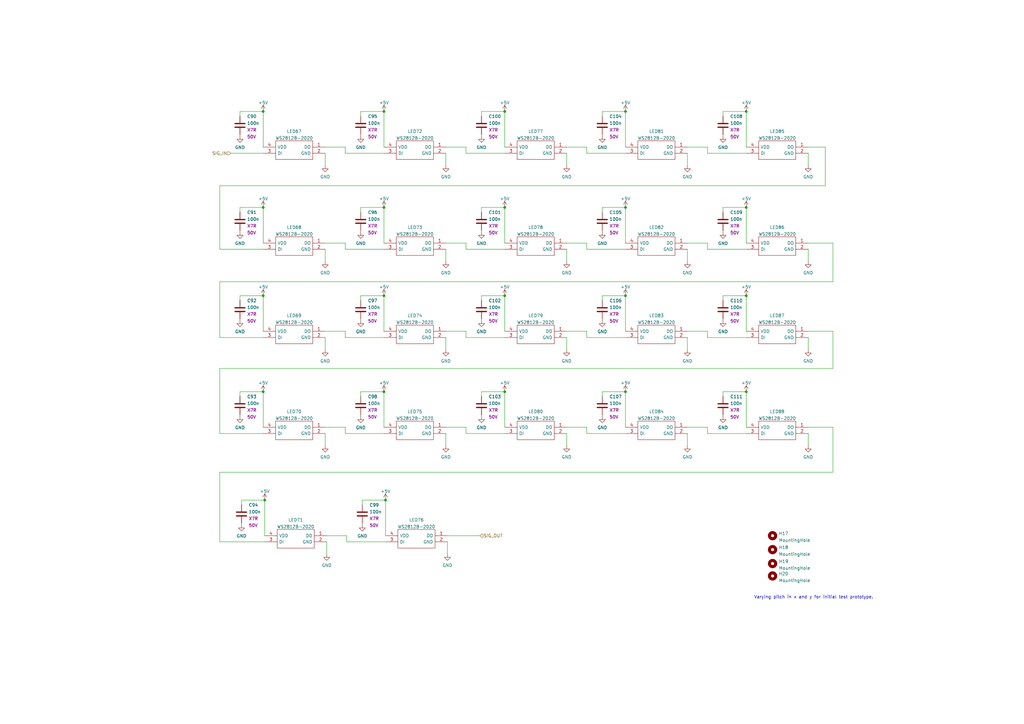
<source format=kicad_sch>
(kicad_sch (version 20211123) (generator eeschema)
  (paper "A3")
  (title_block (title "Masa") (date "2022-12-23") (rev "A"))
  (lib_symbols
    (symbol "Capacitor_JLC:100n" (pin_numbers hide) (pin_names (offset 0.254))
      (property "Reference" "C" (at 3.175 3.175 0))
      (property "Value" "100n" (at 3.175 1.27 0))
      (property "Type" "X7R" (at 5.08 -3.175 0))
      (property "Voltage" "50V" (at 5.08 -1.27 0))
      (symbol "100n_0_1"
        (polyline (pts (xy -2.032 -0.762) (xy 2.032 -0.762)) (stroke (width 0.508)))
        (polyline (pts (xy -2.032 0.762) (xy 2.032 0.762)) (stroke (width 0.508)))
      )
      (symbol "100n_1_1"
        (pin passive line (at 0 3.81 270) (length 2.794) (name "~") (number "1"))
        (pin passive line (at 0 -3.81 90) (length 2.794) (name "~") (number "2"))
      )
    )
    (symbol "Diode_JLC:WS2812B-2020" (pin_names (offset 0.762))
      (property "Reference" "LED" (at 32.385 7.62 0))
      (property "Value" "WS2812B-2020" (at 32.385 5.08 0))
      (symbol "WS2812B-2020_0_0"
        (pin passive line (at 25.4 0 180) (length 5.08) (name "DO") (number "1"))
        (pin passive line (at 25.4 -2.54 180) (length 5.08) (name "GND") (number "2"))
        (pin passive line (at 0 -2.54 0) (length 5.08) (name "DI") (number "3"))
        (pin passive line (at 0 0 0) (length 5.08) (name "VDD") (number "4"))
      )
      (symbol "WS2812B-2020_0_1"
        (polyline (pts (xy 5.08 2.54) (xy 20.32 2.54) (xy 20.32 -5.08) (xy 5.08 -5.08) (xy 5.08 2.54)) (stroke (width 0.1524)))
      )
    )
    (symbol "Mechanical:MountingHole" (pin_names (offset 1.016))
      (property "Reference" "H" (at 0 5.08 0))
      (property "Value" "MountingHole" (at 0 3.175 0))
      (symbol "MountingHole_0_1"
        (circle (center 0 0) (radius 1.27) (stroke (width 1.27)))
      )
    )
    (symbol "power:+5V" (power) (pin_names (offset 0))
      (property "Value" "+5V" (at 0 3.556 0))
      (symbol "+5V_0_1"
        (polyline (pts (xy -0.762 1.27) (xy 0 2.54)))
        (polyline (pts (xy 0 0) (xy 0 2.54)))
        (polyline (pts (xy 0 2.54) (xy 0.762 1.27)))
      )
      (symbol "+5V_1_1"
        (pin power_in line (at 0 0 90) (length 0) hide (name "+5V") (number "1"))
      )
    )
    (symbol "power:GND" (power) (pin_names (offset 0))
      (property "Value" "GND" (at 0 -3.81 0))
      (symbol "GND_0_1"
        (polyline (pts (xy 0 0) (xy 0 -1.27) (xy 1.27 -1.27) (xy 0 -2.54) (xy -1.27 -1.27) (xy 0 -1.27)))
      )
      (symbol "GND_1_1"
        (pin power_in line (at 0 0 270) (length 0) hide (name "GND") (number "1"))
      )
    )
  )
  (junction (at 306.07 121.285))
  (junction (at 158.115 205.105))
  (junction (at 157.48 85.09))
  (junction (at 306.07 160.655))
  (junction (at 207.01 160.655))
  (junction (at 107.95 121.285))
  (junction (at 107.95 85.09))
  (junction (at 256.54 121.285))
  (junction (at 207.01 85.09))
  (junction (at 256.54 85.09))
  (junction (at 157.48 45.72))
  (junction (at 306.07 85.09))
  (junction (at 256.54 45.72))
  (junction (at 207.01 45.72))
  (junction (at 107.95 45.72))
  (junction (at 256.54 160.655))
  (junction (at 107.95 160.655))
  (junction (at 157.48 121.285))
  (junction (at 157.48 160.655))
  (junction (at 306.07 45.72))
  (junction (at 108.585 205.105))
  (junction (at 207.01 121.285))
  (wire (pts (xy 107.95 85.09) (xy 107.95 99.695)))
  (wire (pts (xy 296.545 160.655) (xy 296.545 162.56)))
  (wire (pts (xy 247.015 55.245) (xy 247.015 55.88)))
  (wire (pts (xy 306.07 85.09) (xy 296.545 85.09)))
  (wire (pts (xy 147.955 55.245) (xy 147.955 55.88)))
  (wire (pts (xy 142.24 219.71) (xy 142.24 222.25)))
  (wire (pts (xy 207.01 121.285) (xy 207.01 135.89)))
  (wire (pts (xy 331.47 60.325) (xy 338.455 60.325)))
  (wire (pts (xy 338.455 60.325) (xy 338.455 76.2)))
  (wire (pts (xy 296.545 45.72) (xy 296.545 47.625)))
  (wire (pts (xy 331.47 177.8) (xy 331.47 182.88)))
  (wire (pts (xy 90.17 115.57) (xy 90.17 138.43)))
  (wire (pts (xy 232.41 177.8) (xy 232.41 182.88)))
  (wire (pts (xy 207.01 160.655) (xy 207.01 175.26)))
  (wire (pts (xy 107.95 160.655) (xy 98.425 160.655)))
  (wire (pts (xy 182.88 102.235) (xy 182.88 107.315)))
  (wire (pts (xy 290.195 135.89) (xy 290.195 138.43)))
  (wire (pts (xy 281.94 138.43) (xy 281.94 143.51)))
  (wire (pts (xy 207.01 85.09) (xy 207.01 99.695)))
  (wire (pts (xy 197.485 170.18) (xy 197.485 170.815)))
  (wire (pts (xy 281.94 177.8) (xy 281.94 182.88)))
  (wire (pts (xy 240.665 102.235) (xy 256.54 102.235)))
  (wire (pts (xy 191.135 138.43) (xy 207.01 138.43)))
  (wire (pts (xy 107.95 121.285) (xy 107.95 135.89)))
  (wire (pts (xy 240.665 62.865) (xy 256.54 62.865)))
  (wire (pts (xy 281.94 102.235) (xy 281.94 107.315)))
  (wire (pts (xy 256.54 160.655) (xy 256.54 175.26)))
  (wire (pts (xy 98.425 170.18) (xy 98.425 170.815)))
  (wire (pts (xy 256.54 121.285) (xy 256.54 135.89)))
  (wire (pts (xy 197.485 94.615) (xy 197.485 95.25)))
  (wire (pts (xy 281.94 175.26) (xy 290.195 175.26)))
  (wire (pts (xy 141.605 60.325) (xy 141.605 62.865)))
  (wire (pts (xy 99.06 205.105) (xy 99.06 207.01)))
  (wire (pts (xy 98.425 121.285) (xy 98.425 123.19)))
  (wire (pts (xy 232.41 175.26) (xy 240.665 175.26)))
  (wire (pts (xy 148.59 214.63) (xy 148.59 215.265)))
  (wire (pts (xy 197.485 121.285) (xy 197.485 123.19)))
  (wire (pts (xy 232.41 99.695) (xy 240.665 99.695)))
  (wire (pts (xy 191.135 135.89) (xy 191.135 138.43)))
  (wire (pts (xy 290.195 60.325) (xy 290.195 62.865)))
  (wire (pts (xy 90.17 76.2) (xy 90.17 102.235)))
  (wire (pts (xy 157.48 45.72) (xy 147.955 45.72)))
  (wire (pts (xy 341.63 99.695) (xy 341.63 115.57)))
  (wire (pts (xy 197.485 130.81) (xy 197.485 131.445)))
  (wire (pts (xy 147.955 130.81) (xy 147.955 131.445)))
  (wire (pts (xy 191.135 175.26) (xy 191.135 177.8)))
  (wire (pts (xy 182.88 138.43) (xy 182.88 143.51)))
  (wire (pts (xy 256.54 121.285) (xy 247.015 121.285)))
  (wire (pts (xy 240.665 60.325) (xy 240.665 62.865)))
  (wire (pts (xy 141.605 102.235) (xy 157.48 102.235)))
  (wire (pts (xy 197.485 55.245) (xy 197.485 55.88)))
  (wire (pts (xy 133.35 138.43) (xy 133.35 143.51)))
  (wire (pts (xy 306.07 121.285) (xy 306.07 135.89)))
  (wire (pts (xy 341.63 151.13) (xy 90.17 151.13)))
  (wire (pts (xy 197.485 45.72) (xy 197.485 47.625)))
  (wire (pts (xy 296.545 170.18) (xy 296.545 170.815)))
  (wire (pts (xy 99.06 214.63) (xy 99.06 215.265)))
  (wire (pts (xy 147.955 170.18) (xy 147.955 170.815)))
  (wire (pts (xy 296.545 94.615) (xy 296.545 95.25)))
  (wire (pts (xy 281.94 99.695) (xy 290.195 99.695)))
  (wire (pts (xy 256.54 85.09) (xy 247.015 85.09)))
  (wire (pts (xy 197.485 85.09) (xy 197.485 86.995)))
  (wire (pts (xy 157.48 121.285) (xy 147.955 121.285)))
  (wire (pts (xy 158.115 205.105) (xy 158.115 219.71)))
  (wire (pts (xy 207.01 160.655) (xy 197.485 160.655)))
  (wire (pts (xy 306.07 45.72) (xy 296.545 45.72)))
  (wire (pts (xy 306.07 121.285) (xy 296.545 121.285)))
  (wire (pts (xy 90.17 177.8) (xy 107.95 177.8)))
  (wire (pts (xy 157.48 160.655) (xy 157.48 175.26)))
  (wire (pts (xy 133.35 177.8) (xy 133.35 182.88)))
  (wire (pts (xy 341.63 175.26) (xy 341.63 193.675)))
  (wire (pts (xy 240.665 177.8) (xy 256.54 177.8)))
  (wire (pts (xy 281.94 62.865) (xy 281.94 67.945)))
  (wire (pts (xy 133.985 222.25) (xy 133.985 227.33)))
  (wire (pts (xy 133.35 135.89) (xy 141.605 135.89)))
  (wire (pts (xy 232.41 60.325) (xy 240.665 60.325)))
  (wire (pts (xy 341.63 193.675) (xy 90.17 193.675)))
  (wire (pts (xy 296.545 130.81) (xy 296.545 131.445)))
  (wire (pts (xy 247.015 45.72) (xy 247.015 47.625)))
  (wire (pts (xy 296.545 85.09) (xy 296.545 86.995)))
  (wire (pts (xy 157.48 85.09) (xy 157.48 99.695)))
  (wire (pts (xy 196.85 219.71) (xy 183.515 219.71)))
  (wire (pts (xy 197.485 160.655) (xy 197.485 162.56)))
  (wire (pts (xy 240.665 138.43) (xy 256.54 138.43)))
  (wire (pts (xy 207.01 121.285) (xy 197.485 121.285)))
  (wire (pts (xy 148.59 205.105) (xy 148.59 207.01)))
  (wire (pts (xy 207.01 45.72) (xy 207.01 60.325)))
  (wire (pts (xy 107.95 45.72) (xy 98.425 45.72)))
  (wire (pts (xy 182.88 62.865) (xy 182.88 67.945)))
  (wire (pts (xy 232.41 62.865) (xy 232.41 67.945)))
  (wire (pts (xy 207.01 45.72) (xy 197.485 45.72)))
  (wire (pts (xy 141.605 99.695) (xy 141.605 102.235)))
  (wire (pts (xy 107.95 121.285) (xy 98.425 121.285)))
  (wire (pts (xy 331.47 99.695) (xy 341.63 99.695)))
  (wire (pts (xy 157.48 45.72) (xy 157.48 60.325)))
  (wire (pts (xy 290.195 175.26) (xy 290.195 177.8)))
  (wire (pts (xy 338.455 76.2) (xy 90.17 76.2)))
  (wire (pts (xy 107.95 45.72) (xy 107.95 60.325)))
  (wire (pts (xy 147.955 85.09) (xy 147.955 86.995)))
  (wire (pts (xy 247.015 85.09) (xy 247.015 86.995)))
  (wire (pts (xy 256.54 85.09) (xy 256.54 99.695)))
  (wire (pts (xy 247.015 170.18) (xy 247.015 170.815)))
  (wire (pts (xy 191.135 102.235) (xy 207.01 102.235)))
  (wire (pts (xy 306.07 85.09) (xy 306.07 99.695)))
  (wire (pts (xy 306.07 160.655) (xy 296.545 160.655)))
  (wire (pts (xy 247.015 130.81) (xy 247.015 131.445)))
  (wire (pts (xy 331.47 175.26) (xy 341.63 175.26)))
  (wire (pts (xy 191.135 62.865) (xy 207.01 62.865)))
  (wire (pts (xy 331.47 135.89) (xy 341.63 135.89)))
  (wire (pts (xy 296.545 121.285) (xy 296.545 123.19)))
  (wire (pts (xy 133.35 99.695) (xy 141.605 99.695)))
  (wire (pts (xy 98.425 45.72) (xy 98.425 47.625)))
  (wire (pts (xy 256.54 45.72) (xy 256.54 60.325)))
  (wire (pts (xy 90.17 222.25) (xy 108.585 222.25)))
  (wire (pts (xy 240.665 175.26) (xy 240.665 177.8)))
  (wire (pts (xy 331.47 138.43) (xy 331.47 143.51)))
  (wire (pts (xy 232.41 102.235) (xy 232.41 107.315)))
  (wire (pts (xy 141.605 138.43) (xy 157.48 138.43)))
  (wire (pts (xy 133.35 175.26) (xy 141.605 175.26)))
  (wire (pts (xy 341.63 115.57) (xy 90.17 115.57)))
  (wire (pts (xy 133.35 62.865) (xy 133.35 67.945)))
  (wire (pts (xy 147.955 45.72) (xy 147.955 47.625)))
  (wire (pts (xy 232.41 135.89) (xy 240.665 135.89)))
  (wire (pts (xy 306.07 45.72) (xy 306.07 60.325)))
  (wire (pts (xy 306.07 160.655) (xy 306.07 175.26)))
  (wire (pts (xy 141.605 62.865) (xy 157.48 62.865)))
  (wire (pts (xy 98.425 94.615) (xy 98.425 95.25)))
  (wire (pts (xy 247.015 121.285) (xy 247.015 123.19)))
  (wire (pts (xy 247.015 160.655) (xy 247.015 162.56)))
  (wire (pts (xy 107.95 160.655) (xy 107.95 175.26)))
  (wire (pts (xy 147.955 121.285) (xy 147.955 123.19)))
  (wire (pts (xy 107.95 85.09) (xy 98.425 85.09)))
  (wire (pts (xy 90.17 193.675) (xy 90.17 222.25)))
  (wire (pts (xy 158.115 205.105) (xy 148.59 205.105)))
  (wire (pts (xy 281.94 60.325) (xy 290.195 60.325)))
  (wire (pts (xy 182.88 175.26) (xy 191.135 175.26)))
  (wire (pts (xy 182.88 99.695) (xy 191.135 99.695)))
  (wire (pts (xy 133.35 102.235) (xy 133.35 107.315)))
  (wire (pts (xy 232.41 138.43) (xy 232.41 143.51)))
  (wire (pts (xy 191.135 60.325) (xy 191.135 62.865)))
  (wire (pts (xy 157.48 85.09) (xy 147.955 85.09)))
  (wire (pts (xy 133.35 60.325) (xy 141.605 60.325)))
  (wire (pts (xy 331.47 62.865) (xy 331.47 67.945)))
  (wire (pts (xy 147.955 160.655) (xy 147.955 162.56)))
  (wire (pts (xy 141.605 175.26) (xy 141.605 177.8)))
  (wire (pts (xy 90.17 151.13) (xy 90.17 177.8)))
  (wire (pts (xy 281.94 135.89) (xy 290.195 135.89)))
  (wire (pts (xy 108.585 205.105) (xy 108.585 219.71)))
  (wire (pts (xy 94.615 62.865) (xy 107.95 62.865)))
  (wire (pts (xy 331.47 102.235) (xy 331.47 107.315)))
  (wire (pts (xy 90.17 138.43) (xy 107.95 138.43)))
  (wire (pts (xy 182.88 135.89) (xy 191.135 135.89)))
  (wire (pts (xy 98.425 130.81) (xy 98.425 131.445)))
  (wire (pts (xy 98.425 85.09) (xy 98.425 86.995)))
  (wire (pts (xy 341.63 135.89) (xy 341.63 151.13)))
  (wire (pts (xy 296.545 55.245) (xy 296.545 55.88)))
  (wire (pts (xy 98.425 55.245) (xy 98.425 55.88)))
  (wire (pts (xy 290.195 62.865) (xy 306.07 62.865)))
  (wire (pts (xy 157.48 121.285) (xy 157.48 135.89)))
  (wire (pts (xy 290.195 177.8) (xy 306.07 177.8)))
  (wire (pts (xy 182.88 60.325) (xy 191.135 60.325)))
  (wire (pts (xy 183.515 222.25) (xy 183.515 227.33)))
  (wire (pts (xy 290.195 138.43) (xy 306.07 138.43)))
  (wire (pts (xy 182.88 177.8) (xy 182.88 182.88)))
  (wire (pts (xy 191.135 99.695) (xy 191.135 102.235)))
  (wire (pts (xy 98.425 160.655) (xy 98.425 162.56)))
  (wire (pts (xy 147.955 94.615) (xy 147.955 95.25)))
  (wire (pts (xy 157.48 160.655) (xy 147.955 160.655)))
  (wire (pts (xy 290.195 102.235) (xy 306.07 102.235)))
  (wire (pts (xy 256.54 45.72) (xy 247.015 45.72)))
  (wire (pts (xy 191.135 177.8) (xy 207.01 177.8)))
  (wire (pts (xy 240.665 99.695) (xy 240.665 102.235)))
  (wire (pts (xy 207.01 85.09) (xy 197.485 85.09)))
  (wire (pts (xy 256.54 160.655) (xy 247.015 160.655)))
  (wire (pts (xy 240.665 135.89) (xy 240.665 138.43)))
  (wire (pts (xy 141.605 177.8) (xy 157.48 177.8)))
  (wire (pts (xy 247.015 94.615) (xy 247.015 95.25)))
  (wire (pts (xy 108.585 205.105) (xy 99.06 205.105)))
  (wire (pts (xy 141.605 135.89) (xy 141.605 138.43)))
  (wire (pts (xy 90.17 102.235) (xy 107.95 102.235)))
  (wire (pts (xy 133.985 219.71) (xy 142.24 219.71)))
  (wire (pts (xy 142.24 222.25) (xy 158.115 222.25)))
  (wire (pts (xy 290.195 99.695) (xy 290.195 102.235)))
  (text "Varying pitch in x and y for initial test prototype." (at 309.245 245.745 0) (effects (font (size 1.27 1.27)) (justify left bottom)))
  (hierarchical_label "SIG_IN" (shape input) (at 94.615 62.865 180))
  (hierarchical_label "SIG_OUT" (shape input) (at 196.85 219.71 0))
  (symbol (lib_id "power:GND") (at 182.88 143.51 0)
    (property "Reference" "#PWR0375" (effects hide))
    (property "Value" "GND" (at 182.88 148.0725 0))
  )
  (symbol (lib_id "Capacitor_JLC:100n") (at 147.955 127 0)
    (property "Reference" "C97" (at 150.876 123.3164 0) (effects (justify left)))
    (property "Value" "100n" (at 150.876 126.0915 0) (effects (justify left)))
    (property "Footprint" "Capacitor_SMD:C_0402_1005Metric" (effects hide))
    (property "Type" "X7R" (at 150.876 128.8666 0) (effects (justify left)))
    (property "LCSC" "C307331" (effects hide))
    (property "Voltage" "50V" (at 150.876 131.6417 0) (effects (justify left)))
  )
  (symbol (lib_id "Capacitor_JLC:100n") (at 98.425 90.805 0)
    (property "Reference" "C91" (at 101.346 87.1214 0) (effects (justify left)))
    (property "Value" "100n" (at 101.346 89.8965 0) (effects (justify left)))
    (property "Footprint" "Capacitor_SMD:C_0402_1005Metric" (effects hide))
    (property "Type" "X7R" (at 101.346 92.6716 0) (effects (justify left)))
    (property "LCSC" "C307331" (effects hide))
    (property "Voltage" "50V" (at 101.346 95.4467 0) (effects (justify left)))
  )
  (symbol (lib_id "Capacitor_JLC:100n") (at 147.955 90.805 0)
    (property "Reference" "C96" (at 150.876 87.1214 0) (effects (justify left)))
    (property "Value" "100n" (at 150.876 89.8965 0) (effects (justify left)))
    (property "Footprint" "Capacitor_SMD:C_0402_1005Metric" (effects hide))
    (property "Type" "X7R" (at 150.876 92.6716 0) (effects (justify left)))
    (property "LCSC" "C307331" (effects hide))
    (property "Voltage" "50V" (at 150.876 95.4467 0) (effects (justify left)))
  )
  (symbol (lib_id "power:+5V") (at 207.01 160.655 0)
    (property "Reference" "#PWR0357" (effects hide))
    (property "Value" "+5V" (at 207.01 157.0505 0))
  )
  (symbol (lib_id "Mechanical:MountingHole") (at 316.865 231.14 0)
    (property "Reference" "H19" (at 319.405 230.2315 0) (effects (justify left)))
    (property "Value" "MountingHole" (at 319.405 233.0066 0) (effects (justify left)))
    (property "Footprint" "MountingHole:MountingHole_2.7mm_M2.5" (effects hide))
  )
  (symbol (lib_id "power:GND") (at 147.955 95.25 0)
    (property "Reference" "#PWR0380" (effects hide))
    (property "Value" "GND" (at 147.955 99.8125 0))
  )
  (symbol (lib_id "power:+5V") (at 306.07 160.655 0)
    (property "Reference" "#PWR0350" (effects hide))
    (property "Value" "+5V" (at 306.07 157.0505 0))
  )
  (symbol (lib_id "Capacitor_JLC:100n") (at 98.425 166.37 0)
    (property "Reference" "C93" (at 101.346 162.6864 0) (effects (justify left)))
    (property "Value" "100n" (at 101.346 165.4615 0) (effects (justify left)))
    (property "Footprint" "Capacitor_SMD:C_0402_1005Metric" (effects hide))
    (property "Type" "X7R" (at 101.346 168.2366 0) (effects (justify left)))
    (property "LCSC" "C307331" (effects hide))
    (property "Voltage" "50V" (at 101.346 171.0117 0) (effects (justify left)))
  )
  (symbol (lib_id "power:GND") (at 133.35 143.51 0)
    (property "Reference" "#PWR0388" (effects hide))
    (property "Value" "GND" (at 133.35 148.0725 0))
  )
  (symbol (lib_id "power:GND") (at 331.47 182.88 0)
    (property "Reference" "#PWR0355" (effects hide))
    (property "Value" "GND" (at 331.47 187.4425 0))
  )
  (symbol (lib_id "power:+5V") (at 306.07 85.09 0)
    (property "Reference" "#PWR0341" (effects hide))
    (property "Value" "+5V" (at 306.07 81.4855 0))
  )
  (symbol (lib_id "Capacitor_JLC:100n") (at 296.545 166.37 0)
    (property "Reference" "C111" (at 299.466 162.6864 0) (effects (justify left)))
    (property "Value" "100n" (at 299.466 165.4615 0) (effects (justify left)))
    (property "Footprint" "Capacitor_SMD:C_0402_1005Metric" (effects hide))
    (property "Type" "X7R" (at 299.466 168.2366 0) (effects (justify left)))
    (property "LCSC" "C307331" (effects hide))
    (property "Voltage" "50V" (at 299.466 171.0117 0) (effects (justify left)))
  )
  (symbol (lib_id "power:GND") (at 331.47 67.945 0)
    (property "Reference" "#PWR0340" (effects hide))
    (property "Value" "GND" (at 331.47 72.5075 0))
  )
  (symbol (lib_id "power:GND") (at 98.425 131.445 0)
    (property "Reference" "#PWR0381" (effects hide))
    (property "Value" "GND" (at 98.425 136.0075 0))
  )
  (symbol (lib_id "power:+5V") (at 256.54 45.72 0)
    (property "Reference" "#PWR0334" (effects hide))
    (property "Value" "+5V" (at 256.54 42.1155 0))
  )
  (symbol (lib_id "power:GND") (at 296.545 55.88 0)
    (property "Reference" "#PWR0333" (effects hide))
    (property "Value" "GND" (at 296.545 60.4425 0))
  )
  (symbol (lib_id "power:GND") (at 133.35 67.945 0)
    (property "Reference" "#PWR0392" (effects hide))
    (property "Value" "GND" (at 133.35 72.5075 0))
  )
  (symbol (lib_id "Diode_JLC:WS2812B-2020") (at 157.48 135.89 0)
    (property "Reference" "LED74" (at 170.18 129.4343 0))
    (property "Value" "WS2812B-2020" (at 170.18 132.2094 0))
    (property "Footprint" "WS2812B2020" (effects hide))
    (property "Datasheet" "https://www.alldatasheet.com/datasheet-pdf/pdf/1134522/WORLDSEMI/WS2812B-2020.html" (effects hide))
    (property "Description" "LED; SMD; 2020; RGB; 2x2x0.84mm; 3.75.3V; Lens: transparent; 2kHz" (effects hide))
    (property "Height" "0.84" (effects hide))
    (property "Manufacturer_Name" "Worldsemi" (effects hide))
    (property "Manufacturer_Part_Number" "WS2812B-2020" (effects hide))
    (property "LCSC" "C965555" (effects hide))
  )
  (symbol (lib_id "power:+5V") (at 157.48 121.285 0)
    (property "Reference" "#PWR0370" (effects hide))
    (property "Value" "+5V" (at 157.48 117.6805 0))
  )
  (symbol (lib_id "power:GND") (at 281.94 143.51 0)
    (property "Reference" "#PWR0354" (effects hide))
    (property "Value" "GND" (at 281.94 148.0725 0))
  )
  (symbol (lib_id "Capacitor_JLC:100n") (at 296.545 90.805 0)
    (property "Reference" "C109" (at 299.466 87.1214 0) (effects (justify left)))
    (property "Value" "100n" (at 299.466 89.8965 0) (effects (justify left)))
    (property "Footprint" "Capacitor_SMD:C_0402_1005Metric" (effects hide))
    (property "Type" "X7R" (at 299.466 92.6716 0) (effects (justify left)))
    (property "LCSC" "C307331" (effects hide))
    (property "Voltage" "50V" (at 299.466 95.4467 0) (effects (justify left)))
  )
  (symbol (lib_id "power:GND") (at 197.485 55.88 0)
    (property "Reference" "#PWR0368" (effects hide))
    (property "Value" "GND" (at 197.485 60.4425 0))
  )
  (symbol (lib_id "power:GND") (at 182.88 107.315 0)
    (property "Reference" "#PWR0367" (effects hide))
    (property "Value" "GND" (at 182.88 111.8775 0))
  )
  (symbol (lib_id "power:GND") (at 232.41 67.945 0)
    (property "Reference" "#PWR0336" (effects hide))
    (property "Value" "GND" (at 232.41 72.5075 0))
  )
  (symbol (lib_id "power:+5V") (at 207.01 45.72 0)
    (property "Reference" "#PWR0338" (effects hide))
    (property "Value" "+5V" (at 207.01 42.1155 0))
  )
  (symbol (lib_id "Diode_JLC:WS2812B-2020") (at 306.07 175.26 0)
    (property "Reference" "LED88" (at 318.77 168.8043 0))
    (property "Value" "WS2812B-2020" (at 318.77 171.5794 0))
    (property "Footprint" "WS2812B2020" (effects hide))
    (property "Datasheet" "https://www.alldatasheet.com/datasheet-pdf/pdf/1134522/WORLDSEMI/WS2812B-2020.html" (effects hide))
    (property "Description" "LED; SMD; 2020; RGB; 2x2x0.84mm; 3.75.3V; Lens: transparent; 2kHz" (effects hide))
    (property "Height" "0.84" (effects hide))
    (property "Manufacturer_Name" "Worldsemi" (effects hide))
    (property "Manufacturer_Part_Number" "WS2812B-2020" (effects hide))
    (property "LCSC" "C965555" (effects hide))
  )
  (symbol (lib_id "Diode_JLC:WS2812B-2020") (at 207.01 175.26 0)
    (property "Reference" "LED80" (at 219.71 168.8043 0))
    (property "Value" "WS2812B-2020" (at 219.71 171.5794 0))
    (property "Footprint" "WS2812B2020" (effects hide))
    (property "Datasheet" "https://www.alldatasheet.com/datasheet-pdf/pdf/1134522/WORLDSEMI/WS2812B-2020.html" (effects hide))
    (property "Description" "LED; SMD; 2020; RGB; 2x2x0.84mm; 3.75.3V; Lens: transparent; 2kHz" (effects hide))
    (property "Height" "0.84" (effects hide))
    (property "Manufacturer_Name" "Worldsemi" (effects hide))
    (property "Manufacturer_Part_Number" "WS2812B-2020" (effects hide))
    (property "LCSC" "C965555" (effects hide))
  )
  (symbol (lib_id "Capacitor_JLC:100n") (at 247.015 51.435 0)
    (property "Reference" "C104" (at 249.936 47.7514 0) (effects (justify left)))
    (property "Value" "100n" (at 249.936 50.5265 0) (effects (justify left)))
    (property "Footprint" "Capacitor_SMD:C_0402_1005Metric" (effects hide))
    (property "Type" "X7R" (at 249.936 53.3016 0) (effects (justify left)))
    (property "LCSC" "C307331" (effects hide))
    (property "Voltage" "50V" (at 249.936 56.0767 0) (effects (justify left)))
  )
  (symbol (lib_id "power:GND") (at 197.485 131.445 0)
    (property "Reference" "#PWR0371" (effects hide))
    (property "Value" "GND" (at 197.485 136.0075 0))
  )
  (symbol (lib_id "Capacitor_JLC:100n") (at 98.425 51.435 0)
    (property "Reference" "C90" (at 101.346 47.7514 0) (effects (justify left)))
    (property "Value" "100n" (at 101.346 50.5265 0) (effects (justify left)))
    (property "Footprint" "Capacitor_SMD:C_0402_1005Metric" (effects hide))
    (property "Type" "X7R" (at 101.346 53.3016 0) (effects (justify left)))
    (property "LCSC" "C307331" (effects hide))
    (property "Voltage" "50V" (at 101.346 56.0767 0) (effects (justify left)))
  )
  (symbol (lib_id "Diode_JLC:WS2812B-2020") (at 157.48 60.325 0)
    (property "Reference" "LED72" (at 170.18 53.8693 0))
    (property "Value" "WS2812B-2020" (at 170.18 56.6444 0))
    (property "Footprint" "WS2812B2020" (effects hide))
    (property "Datasheet" "https://www.alldatasheet.com/datasheet-pdf/pdf/1134522/WORLDSEMI/WS2812B-2020.html" (effects hide))
    (property "Description" "LED; SMD; 2020; RGB; 2x2x0.84mm; 3.75.3V; Lens: transparent; 2kHz" (effects hide))
    (property "Height" "0.84" (effects hide))
    (property "Manufacturer_Name" "Worldsemi" (effects hide))
    (property "Manufacturer_Part_Number" "WS2812B-2020" (effects hide))
    (property "LCSC" "C965555" (effects hide))
  )
  (symbol (lib_id "power:+5V") (at 207.01 85.09 0)
    (property "Reference" "#PWR0337" (effects hide))
    (property "Value" "+5V" (at 207.01 81.4855 0))
  )
  (symbol (lib_id "power:+5V") (at 107.95 45.72 0)
    (property "Reference" "#PWR0394" (effects hide))
    (property "Value" "+5V" (at 107.95 42.1155 0))
  )
  (symbol (lib_id "power:GND") (at 133.985 227.33 0)
    (property "Reference" "#PWR0363" (effects hide))
    (property "Value" "GND" (at 133.985 231.8925 0))
  )
  (symbol (lib_id "power:GND") (at 99.06 215.265 0)
    (property "Reference" "#PWR0385" (effects hide))
    (property "Value" "GND" (at 99.06 219.8275 0))
  )
  (symbol (lib_id "Mechanical:MountingHole") (at 316.865 225.425 0)
    (property "Reference" "H18" (at 319.405 224.5165 0) (effects (justify left)))
    (property "Value" "MountingHole" (at 319.405 227.2916 0) (effects (justify left)))
    (property "Footprint" "MountingHole:MountingHole_2.7mm_M2.5" (effects hide))
  )
  (symbol (lib_id "power:GND") (at 296.545 131.445 0)
    (property "Reference" "#PWR0365" (effects hide))
    (property "Value" "GND" (at 296.545 136.0075 0))
  )
  (symbol (lib_id "Mechanical:MountingHole") (at 316.865 236.22 0)
    (property "Reference" "H20" (at 319.405 235.3115 0) (effects (justify left)))
    (property "Value" "MountingHole" (at 319.405 238.0866 0) (effects (justify left)))
    (property "Footprint" "MountingHole:MountingHole_2.7mm_M2.5" (effects hide))
  )
  (symbol (lib_id "Capacitor_JLC:100n") (at 296.545 127 0)
    (property "Reference" "C110" (at 299.466 123.3164 0) (effects (justify left)))
    (property "Value" "100n" (at 299.466 126.0915 0) (effects (justify left)))
    (property "Footprint" "Capacitor_SMD:C_0402_1005Metric" (effects hide))
    (property "Type" "X7R" (at 299.466 128.8666 0) (effects (justify left)))
    (property "LCSC" "C307331" (effects hide))
    (property "Voltage" "50V" (at 299.466 131.6417 0) (effects (justify left)))
  )
  (symbol (lib_id "power:GND") (at 183.515 227.33 0)
    (property "Reference" "#PWR0362" (effects hide))
    (property "Value" "GND" (at 183.515 231.8925 0))
  )
  (symbol (lib_id "power:GND") (at 197.485 170.815 0)
    (property "Reference" "#PWR0373" (effects hide))
    (property "Value" "GND" (at 197.485 175.3775 0))
  )
  (symbol (lib_id "power:GND") (at 281.94 182.88 0)
    (property "Reference" "#PWR0353" (effects hide))
    (property "Value" "GND" (at 281.94 187.4425 0))
  )
  (symbol (lib_id "Capacitor_JLC:100n") (at 296.545 51.435 0)
    (property "Reference" "C108" (at 299.466 47.7514 0) (effects (justify left)))
    (property "Value" "100n" (at 299.466 50.5265 0) (effects (justify left)))
    (property "Footprint" "Capacitor_SMD:C_0402_1005Metric" (effects hide))
    (property "Type" "X7R" (at 299.466 53.3016 0) (effects (justify left)))
    (property "LCSC" "C307331" (effects hide))
    (property "Voltage" "50V" (at 299.466 56.0767 0) (effects (justify left)))
  )
  (symbol (lib_id "power:GND") (at 98.425 170.815 0)
    (property "Reference" "#PWR0386" (effects hide))
    (property "Value" "GND" (at 98.425 175.3775 0))
  )
  (symbol (lib_id "Diode_JLC:WS2812B-2020") (at 256.54 60.325 0)
    (property "Reference" "LED81" (at 269.24 53.8693 0))
    (property "Value" "WS2812B-2020" (at 269.24 56.6444 0))
    (property "Footprint" "WS2812B2020" (effects hide))
    (property "Datasheet" "https://www.alldatasheet.com/datasheet-pdf/pdf/1134522/WORLDSEMI/WS2812B-2020.html" (effects hide))
    (property "Description" "LED; SMD; 2020; RGB; 2x2x0.84mm; 3.75.3V; Lens: transparent; 2kHz" (effects hide))
    (property "Height" "0.84" (effects hide))
    (property "Manufacturer_Name" "Worldsemi" (effects hide))
    (property "Manufacturer_Part_Number" "WS2812B-2020" (effects hide))
    (property "LCSC" "C965555" (effects hide))
  )
  (symbol (lib_id "power:GND") (at 247.015 131.445 0)
    (property "Reference" "#PWR0344" (effects hide))
    (property "Value" "GND" (at 247.015 136.0075 0))
  )
  (symbol (lib_id "power:GND") (at 296.545 95.25 0)
    (property "Reference" "#PWR0359" (effects hide))
    (property "Value" "GND" (at 296.545 99.8125 0))
  )
  (symbol (lib_id "power:GND") (at 247.015 95.25 0)
    (property "Reference" "#PWR0345" (effects hide))
    (property "Value" "GND" (at 247.015 99.8125 0))
  )
  (symbol (lib_id "power:+5V") (at 256.54 85.09 0)
    (property "Reference" "#PWR0343" (effects hide))
    (property "Value" "+5V" (at 256.54 81.4855 0))
  )
  (symbol (lib_id "power:+5V") (at 157.48 85.09 0)
    (property "Reference" "#PWR0397" (effects hide))
    (property "Value" "+5V" (at 157.48 81.4855 0))
  )
  (symbol (lib_id "power:+5V") (at 107.95 121.285 0)
    (property "Reference" "#PWR0384" (effects hide))
    (property "Value" "+5V" (at 107.95 117.6805 0))
  )
  (symbol (lib_id "Capacitor_JLC:100n") (at 197.485 51.435 0)
    (property "Reference" "C100" (at 200.406 47.7514 0) (effects (justify left)))
    (property "Value" "100n" (at 200.406 50.5265 0) (effects (justify left)))
    (property "Footprint" "Capacitor_SMD:C_0402_1005Metric" (effects hide))
    (property "Type" "X7R" (at 200.406 53.3016 0) (effects (justify left)))
    (property "LCSC" "C307331" (effects hide))
    (property "Voltage" "50V" (at 200.406 56.0767 0) (effects (justify left)))
  )
  (symbol (lib_id "Capacitor_JLC:100n") (at 148.59 210.82 0)
    (property "Reference" "C99" (at 151.511 207.1364 0) (effects (justify left)))
    (property "Value" "100n" (at 151.511 209.9115 0) (effects (justify left)))
    (property "Footprint" "Capacitor_SMD:C_0402_1005Metric" (effects hide))
    (property "Type" "X7R" (at 151.511 212.6866 0) (effects (justify left)))
    (property "LCSC" "C307331" (effects hide))
    (property "Voltage" "50V" (at 151.511 215.4617 0) (effects (justify left)))
  )
  (symbol (lib_id "Diode_JLC:WS2812B-2020") (at 107.95 60.325 0)
    (property "Reference" "LED67" (at 120.65 53.8693 0))
    (property "Value" "WS2812B-2020" (at 120.65 56.6444 0))
    (property "Footprint" "WS2812B2020" (effects hide))
    (property "Datasheet" "https://www.alldatasheet.com/datasheet-pdf/pdf/1134522/WORLDSEMI/WS2812B-2020.html" (effects hide))
    (property "Description" "LED; SMD; 2020; RGB; 2x2x0.84mm; 3.75.3V; Lens: transparent; 2kHz" (effects hide))
    (property "Height" "0.84" (effects hide))
    (property "Manufacturer_Name" "Worldsemi" (effects hide))
    (property "Manufacturer_Part_Number" "WS2812B-2020" (effects hide))
    (property "LCSC" "C965555" (effects hide))
  )
  (symbol (lib_id "Diode_JLC:WS2812B-2020") (at 158.115 219.71 0)
    (property "Reference" "LED76" (at 170.815 213.2543 0))
    (property "Value" "WS2812B-2020" (at 170.815 216.0294 0))
    (property "Footprint" "WS2812B2020" (effects hide))
    (property "Datasheet" "https://www.alldatasheet.com/datasheet-pdf/pdf/1134522/WORLDSEMI/WS2812B-2020.html" (effects hide))
    (property "Description" "LED; SMD; 2020; RGB; 2x2x0.84mm; 3.75.3V; Lens: transparent; 2kHz" (effects hide))
    (property "Height" "0.84" (effects hide))
    (property "Manufacturer_Name" "Worldsemi" (effects hide))
    (property "Manufacturer_Part_Number" "WS2812B-2020" (effects hide))
    (property "LCSC" "C965555" (effects hide))
  )
  (symbol (lib_id "Diode_JLC:WS2812B-2020") (at 256.54 175.26 0)
    (property "Reference" "LED84" (at 269.24 168.8043 0))
    (property "Value" "WS2812B-2020" (at 269.24 171.5794 0))
    (property "Footprint" "WS2812B2020" (effects hide))
    (property "Datasheet" "https://www.alldatasheet.com/datasheet-pdf/pdf/1134522/WORLDSEMI/WS2812B-2020.html" (effects hide))
    (property "Description" "LED; SMD; 2020; RGB; 2x2x0.84mm; 3.75.3V; Lens: transparent; 2kHz" (effects hide))
    (property "Height" "0.84" (effects hide))
    (property "Manufacturer_Name" "Worldsemi" (effects hide))
    (property "Manufacturer_Part_Number" "WS2812B-2020" (effects hide))
    (property "LCSC" "C965555" (effects hide))
  )
  (symbol (lib_id "Diode_JLC:WS2812B-2020") (at 207.01 135.89 0)
    (property "Reference" "LED79" (at 219.71 129.4343 0))
    (property "Value" "WS2812B-2020" (at 219.71 132.2094 0))
    (property "Footprint" "WS2812B2020" (effects hide))
    (property "Datasheet" "https://www.alldatasheet.com/datasheet-pdf/pdf/1134522/WORLDSEMI/WS2812B-2020.html" (effects hide))
    (property "Description" "LED; SMD; 2020; RGB; 2x2x0.84mm; 3.75.3V; Lens: transparent; 2kHz" (effects hide))
    (property "Height" "0.84" (effects hide))
    (property "Manufacturer_Name" "Worldsemi" (effects hide))
    (property "Manufacturer_Part_Number" "WS2812B-2020" (effects hide))
    (property "LCSC" "C965555" (effects hide))
  )
  (symbol (lib_id "power:GND") (at 331.47 107.315 0)
    (property "Reference" "#PWR0349" (effects hide))
    (property "Value" "GND" (at 331.47 111.8775 0))
  )
  (symbol (lib_id "Capacitor_JLC:100n") (at 247.015 166.37 0)
    (property "Reference" "C107" (at 249.936 162.6864 0) (effects (justify left)))
    (property "Value" "100n" (at 249.936 165.4615 0) (effects (justify left)))
    (property "Footprint" "Capacitor_SMD:C_0402_1005Metric" (effects hide))
    (property "Type" "X7R" (at 249.936 168.2366 0) (effects (justify left)))
    (property "LCSC" "C307331" (effects hide))
    (property "Voltage" "50V" (at 249.936 171.0117 0) (effects (justify left)))
  )
  (symbol (lib_id "Capacitor_JLC:100n") (at 98.425 127 0)
    (property "Reference" "C92" (at 101.346 123.3164 0) (effects (justify left)))
    (property "Value" "100n" (at 101.346 126.0915 0) (effects (justify left)))
    (property "Footprint" "Capacitor_SMD:C_0402_1005Metric" (effects hide))
    (property "Type" "X7R" (at 101.346 128.8666 0) (effects (justify left)))
    (property "LCSC" "C307331" (effects hide))
    (property "Voltage" "50V" (at 101.346 131.6417 0) (effects (justify left)))
  )
  (symbol (lib_id "power:GND") (at 232.41 143.51 0)
    (property "Reference" "#PWR0347" (effects hide))
    (property "Value" "GND" (at 232.41 148.0725 0))
  )
  (symbol (lib_id "Capacitor_JLC:100n") (at 197.485 127 0)
    (property "Reference" "C102" (at 200.406 123.3164 0) (effects (justify left)))
    (property "Value" "100n" (at 200.406 126.0915 0) (effects (justify left)))
    (property "Footprint" "Capacitor_SMD:C_0402_1005Metric" (effects hide))
    (property "Type" "X7R" (at 200.406 128.8666 0) (effects (justify left)))
    (property "LCSC" "C307331" (effects hide))
    (property "Voltage" "50V" (at 200.406 131.6417 0) (effects (justify left)))
  )
  (symbol (lib_id "power:+5V") (at 207.01 121.285 0)
    (property "Reference" "#PWR0358" (effects hide))
    (property "Value" "+5V" (at 207.01 117.6805 0))
  )
  (symbol (lib_id "power:+5V") (at 306.07 45.72 0)
    (property "Reference" "#PWR0339" (effects hide))
    (property "Value" "+5V" (at 306.07 42.1155 0))
  )
  (symbol (lib_id "Capacitor_JLC:100n") (at 197.485 90.805 0)
    (property "Reference" "C101" (at 200.406 87.1214 0) (effects (justify left)))
    (property "Value" "100n" (at 200.406 89.8965 0) (effects (justify left)))
    (property "Footprint" "Capacitor_SMD:C_0402_1005Metric" (effects hide))
    (property "Type" "X7R" (at 200.406 92.6716 0) (effects (justify left)))
    (property "LCSC" "C307331" (effects hide))
    (property "Voltage" "50V" (at 200.406 95.4467 0) (effects (justify left)))
  )
  (symbol (lib_id "Diode_JLC:WS2812B-2020") (at 157.48 99.695 0)
    (property "Reference" "LED73" (at 170.18 93.2393 0))
    (property "Value" "WS2812B-2020" (at 170.18 96.0144 0))
    (property "Footprint" "WS2812B2020" (effects hide))
    (property "Datasheet" "https://www.alldatasheet.com/datasheet-pdf/pdf/1134522/WORLDSEMI/WS2812B-2020.html" (effects hide))
    (property "Description" "LED; SMD; 2020; RGB; 2x2x0.84mm; 3.75.3V; Lens: transparent; 2kHz" (effects hide))
    (property "Height" "0.84" (effects hide))
    (property "Manufacturer_Name" "Worldsemi" (effects hide))
    (property "Manufacturer_Part_Number" "WS2812B-2020" (effects hide))
    (property "LCSC" "C965555" (effects hide))
  )
  (symbol (lib_id "Capacitor_JLC:100n") (at 147.955 166.37 0)
    (property "Reference" "C98" (at 150.876 162.6864 0) (effects (justify left)))
    (property "Value" "100n" (at 150.876 165.4615 0) (effects (justify left)))
    (property "Footprint" "Capacitor_SMD:C_0402_1005Metric" (effects hide))
    (property "Type" "X7R" (at 150.876 168.2366 0) (effects (justify left)))
    (property "LCSC" "C307331" (effects hide))
    (property "Voltage" "50V" (at 150.876 171.0117 0) (effects (justify left)))
  )
  (symbol (lib_id "Capacitor_JLC:100n") (at 197.485 166.37 0)
    (property "Reference" "C103" (at 200.406 162.6864 0) (effects (justify left)))
    (property "Value" "100n" (at 200.406 165.4615 0) (effects (justify left)))
    (property "Footprint" "Capacitor_SMD:C_0402_1005Metric" (effects hide))
    (property "Type" "X7R" (at 200.406 168.2366 0) (effects (justify left)))
    (property "LCSC" "C307331" (effects hide))
    (property "Voltage" "50V" (at 200.406 171.0117 0) (effects (justify left)))
  )
  (symbol (lib_id "power:+5V") (at 108.585 205.105 0)
    (property "Reference" "#PWR0390" (effects hide))
    (property "Value" "+5V" (at 108.585 201.5005 0))
  )
  (symbol (lib_id "Diode_JLC:WS2812B-2020") (at 157.48 175.26 0)
    (property "Reference" "LED75" (at 170.18 168.8043 0))
    (property "Value" "WS2812B-2020" (at 170.18 171.5794 0))
    (property "Footprint" "WS2812B2020" (effects hide))
    (property "Datasheet" "https://www.alldatasheet.com/datasheet-pdf/pdf/1134522/WORLDSEMI/WS2812B-2020.html" (effects hide))
    (property "Description" "LED; SMD; 2020; RGB; 2x2x0.84mm; 3.75.3V; Lens: transparent; 2kHz" (effects hide))
    (property "Height" "0.84" (effects hide))
    (property "Manufacturer_Name" "Worldsemi" (effects hide))
    (property "Manufacturer_Part_Number" "WS2812B-2020" (effects hide))
    (property "LCSC" "C965555" (effects hide))
  )
  (symbol (lib_id "power:+5V") (at 306.07 121.285 0)
    (property "Reference" "#PWR0360" (effects hide))
    (property "Value" "+5V" (at 306.07 117.6805 0))
  )
  (symbol (lib_id "Diode_JLC:WS2812B-2020") (at 207.01 60.325 0)
    (property "Reference" "LED77" (at 219.71 53.8693 0))
    (property "Value" "WS2812B-2020" (at 219.71 56.6444 0))
    (property "Footprint" "WS2812B2020" (effects hide))
    (property "Datasheet" "https://www.alldatasheet.com/datasheet-pdf/pdf/1134522/WORLDSEMI/WS2812B-2020.html" (effects hide))
    (property "Description" "LED; SMD; 2020; RGB; 2x2x0.84mm; 3.75.3V; Lens: transparent; 2kHz" (effects hide))
    (property "Height" "0.84" (effects hide))
    (property "Manufacturer_Name" "Worldsemi" (effects hide))
    (property "Manufacturer_Part_Number" "WS2812B-2020" (effects hide))
    (property "LCSC" "C965555" (effects hide))
  )
  (symbol (lib_id "Diode_JLC:WS2812B-2020") (at 107.95 99.695 0)
    (property "Reference" "LED68" (at 120.65 93.2393 0))
    (property "Value" "WS2812B-2020" (at 120.65 96.0144 0))
    (property "Footprint" "WS2812B2020" (effects hide))
    (property "Datasheet" "https://www.alldatasheet.com/datasheet-pdf/pdf/1134522/WORLDSEMI/WS2812B-2020.html" (effects hide))
    (property "Description" "LED; SMD; 2020; RGB; 2x2x0.84mm; 3.75.3V; Lens: transparent; 2kHz" (effects hide))
    (property "Height" "0.84" (effects hide))
    (property "Manufacturer_Name" "Worldsemi" (effects hide))
    (property "Manufacturer_Part_Number" "WS2812B-2020" (effects hide))
    (property "LCSC" "C965555" (effects hide))
  )
  (symbol (lib_id "power:+5V") (at 158.115 205.105 0)
    (property "Reference" "#PWR0378" (effects hide))
    (property "Value" "+5V" (at 158.115 201.5005 0))
  )
  (symbol (lib_id "power:GND") (at 232.41 107.315 0)
    (property "Reference" "#PWR0346" (effects hide))
    (property "Value" "GND" (at 232.41 111.8775 0))
  )
  (symbol (lib_id "Diode_JLC:WS2812B-2020") (at 256.54 135.89 0)
    (property "Reference" "LED83" (at 269.24 129.4343 0))
    (property "Value" "WS2812B-2020" (at 269.24 132.2094 0))
    (property "Footprint" "WS2812B2020" (effects hide))
    (property "Datasheet" "https://www.alldatasheet.com/datasheet-pdf/pdf/1134522/WORLDSEMI/WS2812B-2020.html" (effects hide))
    (property "Description" "LED; SMD; 2020; RGB; 2x2x0.84mm; 3.75.3V; Lens: transparent; 2kHz" (effects hide))
    (property "Height" "0.84" (effects hide))
    (property "Manufacturer_Name" "Worldsemi" (effects hide))
    (property "Manufacturer_Part_Number" "WS2812B-2020" (effects hide))
    (property "LCSC" "C965555" (effects hide))
  )
  (symbol (lib_id "power:GND") (at 331.47 143.51 0)
    (property "Reference" "#PWR0351" (effects hide))
    (property "Value" "GND" (at 331.47 148.0725 0))
  )
  (symbol (lib_id "Diode_JLC:WS2812B-2020") (at 306.07 99.695 0)
    (property "Reference" "LED86" (at 318.77 93.2393 0))
    (property "Value" "WS2812B-2020" (at 318.77 96.0144 0))
    (property "Footprint" "WS2812B2020" (effects hide))
    (property "Datasheet" "https://www.alldatasheet.com/datasheet-pdf/pdf/1134522/WORLDSEMI/WS2812B-2020.html" (effects hide))
    (property "Description" "LED; SMD; 2020; RGB; 2x2x0.84mm; 3.75.3V; Lens: transparent; 2kHz" (effects hide))
    (property "Height" "0.84" (effects hide))
    (property "Manufacturer_Name" "Worldsemi" (effects hide))
    (property "Manufacturer_Part_Number" "WS2812B-2020" (effects hide))
    (property "LCSC" "C965555" (effects hide))
  )
  (symbol (lib_id "Diode_JLC:WS2812B-2020") (at 256.54 99.695 0)
    (property "Reference" "LED82" (at 269.24 93.2393 0))
    (property "Value" "WS2812B-2020" (at 269.24 96.0144 0))
    (property "Footprint" "WS2812B2020" (effects hide))
    (property "Datasheet" "https://www.alldatasheet.com/datasheet-pdf/pdf/1134522/WORLDSEMI/WS2812B-2020.html" (effects hide))
    (property "Description" "LED; SMD; 2020; RGB; 2x2x0.84mm; 3.75.3V; Lens: transparent; 2kHz" (effects hide))
    (property "Height" "0.84" (effects hide))
    (property "Manufacturer_Name" "Worldsemi" (effects hide))
    (property "Manufacturer_Part_Number" "WS2812B-2020" (effects hide))
    (property "LCSC" "C965555" (effects hide))
  )
  (symbol (lib_id "power:+5V") (at 107.95 85.09 0)
    (property "Reference" "#PWR0393" (effects hide))
    (property "Value" "+5V" (at 107.95 81.4855 0))
  )
  (symbol (lib_id "power:+5V") (at 157.48 45.72 0)
    (property "Reference" "#PWR0396" (effects hide))
    (property "Value" "+5V" (at 157.48 42.1155 0))
  )
  (symbol (lib_id "Diode_JLC:WS2812B-2020") (at 306.07 60.325 0)
    (property "Reference" "LED85" (at 318.77 53.8693 0))
    (property "Value" "WS2812B-2020" (at 318.77 56.6444 0))
    (property "Footprint" "WS2812B2020" (effects hide))
    (property "Datasheet" "https://www.alldatasheet.com/datasheet-pdf/pdf/1134522/WORLDSEMI/WS2812B-2020.html" (effects hide))
    (property "Description" "LED; SMD; 2020; RGB; 2x2x0.84mm; 3.75.3V; Lens: transparent; 2kHz" (effects hide))
    (property "Height" "0.84" (effects hide))
    (property "Manufacturer_Name" "Worldsemi" (effects hide))
    (property "Manufacturer_Part_Number" "WS2812B-2020" (effects hide))
    (property "LCSC" "C965555" (effects hide))
  )
  (symbol (lib_id "power:GND") (at 133.35 107.315 0)
    (property "Reference" "#PWR0382" (effects hide))
    (property "Value" "GND" (at 133.35 111.8775 0))
  )
  (symbol (lib_id "power:GND") (at 98.425 55.88 0)
    (property "Reference" "#PWR0395" (effects hide))
    (property "Value" "GND" (at 98.425 60.4425 0))
  )
  (symbol (lib_id "Diode_JLC:WS2812B-2020") (at 207.01 99.695 0)
    (property "Reference" "LED78" (at 219.71 93.2393 0))
    (property "Value" "WS2812B-2020" (at 219.71 96.0144 0))
    (property "Footprint" "WS2812B2020" (effects hide))
    (property "Datasheet" "https://www.alldatasheet.com/datasheet-pdf/pdf/1134522/WORLDSEMI/WS2812B-2020.html" (effects hide))
    (property "Description" "LED; SMD; 2020; RGB; 2x2x0.84mm; 3.75.3V; Lens: transparent; 2kHz" (effects hide))
    (property "Height" "0.84" (effects hide))
    (property "Manufacturer_Name" "Worldsemi" (effects hide))
    (property "Manufacturer_Part_Number" "WS2812B-2020" (effects hide))
    (property "LCSC" "C965555" (effects hide))
  )
  (symbol (lib_id "power:GND") (at 281.94 67.945 0)
    (property "Reference" "#PWR0335" (effects hide))
    (property "Value" "GND" (at 281.94 72.5075 0))
  )
  (symbol (lib_id "Capacitor_JLC:100n") (at 247.015 127 0)
    (property "Reference" "C106" (at 249.936 123.3164 0) (effects (justify left)))
    (property "Value" "100n" (at 249.936 126.0915 0) (effects (justify left)))
    (property "Footprint" "Capacitor_SMD:C_0402_1005Metric" (effects hide))
    (property "Type" "X7R" (at 249.936 128.8666 0) (effects (justify left)))
    (property "LCSC" "C307331" (effects hide))
    (property "Voltage" "50V" (at 249.936 131.6417 0) (effects (justify left)))
  )
  (symbol (lib_id "power:+5V") (at 157.48 160.655 0)
    (property "Reference" "#PWR0374" (effects hide))
    (property "Value" "+5V" (at 157.48 157.0505 0))
  )
  (symbol (lib_id "Capacitor_JLC:100n") (at 247.015 90.805 0)
    (property "Reference" "C105" (at 249.936 87.1214 0) (effects (justify left)))
    (property "Value" "100n" (at 249.936 89.8965 0) (effects (justify left)))
    (property "Footprint" "Capacitor_SMD:C_0402_1005Metric" (effects hide))
    (property "Type" "X7R" (at 249.936 92.6716 0) (effects (justify left)))
    (property "LCSC" "C307331" (effects hide))
    (property "Voltage" "50V" (at 249.936 95.4467 0) (effects (justify left)))
  )
  (symbol (lib_id "power:GND") (at 147.955 55.88 0)
    (property "Reference" "#PWR0398" (effects hide))
    (property "Value" "GND" (at 147.955 60.4425 0))
  )
  (symbol (lib_id "power:GND") (at 247.015 170.815 0)
    (property "Reference" "#PWR0366" (effects hide))
    (property "Value" "GND" (at 247.015 175.3775 0))
  )
  (symbol (lib_id "Diode_JLC:WS2812B-2020") (at 107.95 135.89 0)
    (property "Reference" "LED69" (at 120.65 129.4343 0))
    (property "Value" "WS2812B-2020" (at 120.65 132.2094 0))
    (property "Footprint" "WS2812B2020" (effects hide))
    (property "Datasheet" "https://www.alldatasheet.com/datasheet-pdf/pdf/1134522/WORLDSEMI/WS2812B-2020.html" (effects hide))
    (property "Description" "LED; SMD; 2020; RGB; 2x2x0.84mm; 3.75.3V; Lens: transparent; 2kHz" (effects hide))
    (property "Height" "0.84" (effects hide))
    (property "Manufacturer_Name" "Worldsemi" (effects hide))
    (property "Manufacturer_Part_Number" "WS2812B-2020" (effects hide))
    (property "LCSC" "C965555" (effects hide))
  )
  (symbol (lib_id "power:GND") (at 147.955 131.445 0)
    (property "Reference" "#PWR0379" (effects hide))
    (property "Value" "GND" (at 147.955 136.0075 0))
  )
  (symbol (lib_id "power:GND") (at 247.015 55.88 0)
    (property "Reference" "#PWR0342" (effects hide))
    (property "Value" "GND" (at 247.015 60.4425 0))
  )
  (symbol (lib_id "power:+5V") (at 256.54 160.655 0)
    (property "Reference" "#PWR0352" (effects hide))
    (property "Value" "+5V" (at 256.54 157.0505 0))
  )
  (symbol (lib_id "power:GND") (at 197.485 95.25 0)
    (property "Reference" "#PWR0369" (effects hide))
    (property "Value" "GND" (at 197.485 99.8125 0))
  )
  (symbol (lib_id "power:GND") (at 296.545 170.815 0)
    (property "Reference" "#PWR0364" (effects hide))
    (property "Value" "GND" (at 296.545 175.3775 0))
  )
  (symbol (lib_id "Diode_JLC:WS2812B-2020") (at 108.585 219.71 0)
    (property "Reference" "LED71" (at 121.285 213.2543 0))
    (property "Value" "WS2812B-2020" (at 121.285 216.0294 0))
    (property "Footprint" "WS2812B2020" (effects hide))
    (property "Datasheet" "https://www.alldatasheet.com/datasheet-pdf/pdf/1134522/WORLDSEMI/WS2812B-2020.html" (effects hide))
    (property "Description" "LED; SMD; 2020; RGB; 2x2x0.84mm; 3.75.3V; Lens: transparent; 2kHz" (effects hide))
    (property "Height" "0.84" (effects hide))
    (property "Manufacturer_Name" "Worldsemi" (effects hide))
    (property "Manufacturer_Part_Number" "WS2812B-2020" (effects hide))
    (property "LCSC" "C965555" (effects hide))
  )
  (symbol (lib_id "power:GND") (at 182.88 67.945 0)
    (property "Reference" "#PWR0372" (effects hide))
    (property "Value" "GND" (at 182.88 72.5075 0))
  )
  (symbol (lib_id "power:+5V") (at 107.95 160.655 0)
    (property "Reference" "#PWR0391" (effects hide))
    (property "Value" "+5V" (at 107.95 157.0505 0))
  )
  (symbol (lib_id "Capacitor_JLC:100n") (at 99.06 210.82 0)
    (property "Reference" "C94" (at 101.981 207.1364 0) (effects (justify left)))
    (property "Value" "100n" (at 101.981 209.9115 0) (effects (justify left)))
    (property "Footprint" "Capacitor_SMD:C_0402_1005Metric" (effects hide))
    (property "Type" "X7R" (at 101.981 212.6866 0) (effects (justify left)))
    (property "LCSC" "C307331" (effects hide))
    (property "Voltage" "50V" (at 101.981 215.4617 0) (effects (justify left)))
  )
  (symbol (lib_id "power:GND") (at 148.59 215.265 0)
    (property "Reference" "#PWR0389" (effects hide))
    (property "Value" "GND" (at 148.59 219.8275 0))
  )
  (symbol (lib_id "Mechanical:MountingHole") (at 316.865 219.71 0)
    (property "Reference" "H17" (at 319.405 218.8015 0) (effects (justify left)))
    (property "Value" "MountingHole" (at 319.405 221.5766 0) (effects (justify left)))
    (property "Footprint" "MountingHole:MountingHole_2.7mm_M2.5" (effects hide))
  )
  (symbol (lib_id "Diode_JLC:WS2812B-2020") (at 306.07 135.89 0)
    (property "Reference" "LED87" (at 318.77 129.4343 0))
    (property "Value" "WS2812B-2020" (at 318.77 132.2094 0))
    (property "Footprint" "WS2812B2020" (effects hide))
    (property "Datasheet" "https://www.alldatasheet.com/datasheet-pdf/pdf/1134522/WORLDSEMI/WS2812B-2020.html" (effects hide))
    (property "Description" "LED; SMD; 2020; RGB; 2x2x0.84mm; 3.75.3V; Lens: transparent; 2kHz" (effects hide))
    (property "Height" "0.84" (effects hide))
    (property "Manufacturer_Name" "Worldsemi" (effects hide))
    (property "Manufacturer_Part_Number" "WS2812B-2020" (effects hide))
    (property "LCSC" "C965555" (effects hide))
  )
  (symbol (lib_id "power:GND") (at 281.94 107.315 0)
    (property "Reference" "#PWR0348" (effects hide))
    (property "Value" "GND" (at 281.94 111.8775 0))
  )
  (symbol (lib_id "Capacitor_JLC:100n") (at 147.955 51.435 0)
    (property "Reference" "C95" (at 150.876 47.7514 0) (effects (justify left)))
    (property "Value" "100n" (at 150.876 50.5265 0) (effects (justify left)))
    (property "Footprint" "Capacitor_SMD:C_0402_1005Metric" (effects hide))
    (property "Type" "X7R" (at 150.876 53.3016 0) (effects (justify left)))
    (property "LCSC" "C307331" (effects hide))
    (property "Voltage" "50V" (at 150.876 56.0767 0) (effects (justify left)))
  )
  (symbol (lib_id "power:GND") (at 147.955 170.815 0)
    (property "Reference" "#PWR0377" (effects hide))
    (property "Value" "GND" (at 147.955 175.3775 0))
  )
  (symbol (lib_id "power:GND") (at 182.88 182.88 0)
    (property "Reference" "#PWR0376" (effects hide))
    (property "Value" "GND" (at 182.88 187.4425 0))
  )
  (symbol (lib_id "power:GND") (at 133.35 182.88 0)
    (property "Reference" "#PWR0387" (effects hide))
    (property "Value" "GND" (at 133.35 187.4425 0))
  )
  (symbol (lib_id "Diode_JLC:WS2812B-2020") (at 107.95 175.26 0)
    (property "Reference" "LED70" (at 120.65 168.8043 0))
    (property "Value" "WS2812B-2020" (at 120.65 171.5794 0))
    (property "Footprint" "WS2812B2020" (effects hide))
    (property "Datasheet" "https://www.alldatasheet.com/datasheet-pdf/pdf/1134522/WORLDSEMI/WS2812B-2020.html" (effects hide))
    (property "Description" "LED; SMD; 2020; RGB; 2x2x0.84mm; 3.75.3V; Lens: transparent; 2kHz" (effects hide))
    (property "Height" "0.84" (effects hide))
    (property "Manufacturer_Name" "Worldsemi" (effects hide))
    (property "Manufacturer_Part_Number" "WS2812B-2020" (effects hide))
    (property "LCSC" "C965555" (effects hide))
  )
  (symbol (lib_id "power:GND") (at 232.41 182.88 0)
    (property "Reference" "#PWR0361" (effects hide))
    (property "Value" "GND" (at 232.41 187.4425 0))
  )
  (symbol (lib_id "power:+5V") (at 256.54 121.285 0)
    (property "Reference" "#PWR0356" (effects hide))
    (property "Value" "+5V" (at 256.54 117.6805 0))
  )
  (symbol (lib_id "power:GND") (at 98.425 95.25 0)
    (property "Reference" "#PWR0383" (effects hide))
    (property "Value" "GND" (at 98.425 99.8125 0))
  )
)
</source>
